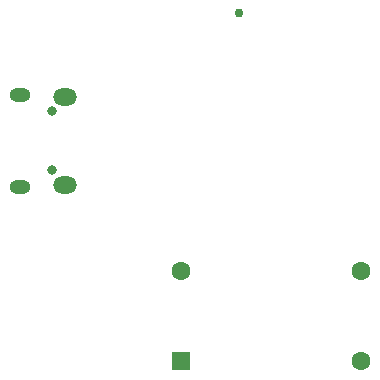
<source format=gbr>
%TF.GenerationSoftware,KiCad,Pcbnew,(6.0.0)*%
%TF.CreationDate,2022-03-30T15:51:48+02:00*%
%TF.ProjectId,USBMIc,5553424d-4963-42e6-9b69-6361645f7063,rev?*%
%TF.SameCoordinates,Original*%
%TF.FileFunction,Soldermask,Bot*%
%TF.FilePolarity,Negative*%
%FSLAX46Y46*%
G04 Gerber Fmt 4.6, Leading zero omitted, Abs format (unit mm)*
G04 Created by KiCad (PCBNEW (6.0.0)) date 2022-03-30 15:51:48*
%MOMM*%
%LPD*%
G01*
G04 APERTURE LIST*
%ADD10R,1.600000X1.600000*%
%ADD11C,1.600000*%
%ADD12C,0.750000*%
%ADD13O,2.000000X1.450000*%
%ADD14O,1.800000X1.150000*%
%ADD15O,0.800000X0.800000*%
G04 APERTURE END LIST*
D10*
%TO.C,X1*%
X83180000Y-92210000D03*
D11*
X83180000Y-84590000D03*
X98420000Y-84590000D03*
X98420000Y-92210000D03*
%TD*%
D12*
%TO.C,MK1*%
X88110000Y-62722500D03*
%TD*%
D13*
%TO.C,J1*%
X73300000Y-69800000D03*
X73300000Y-77250000D03*
D14*
X69500000Y-69650000D03*
X69500000Y-77400000D03*
D15*
X72250000Y-71025000D03*
X72250000Y-76025000D03*
%TD*%
M02*

</source>
